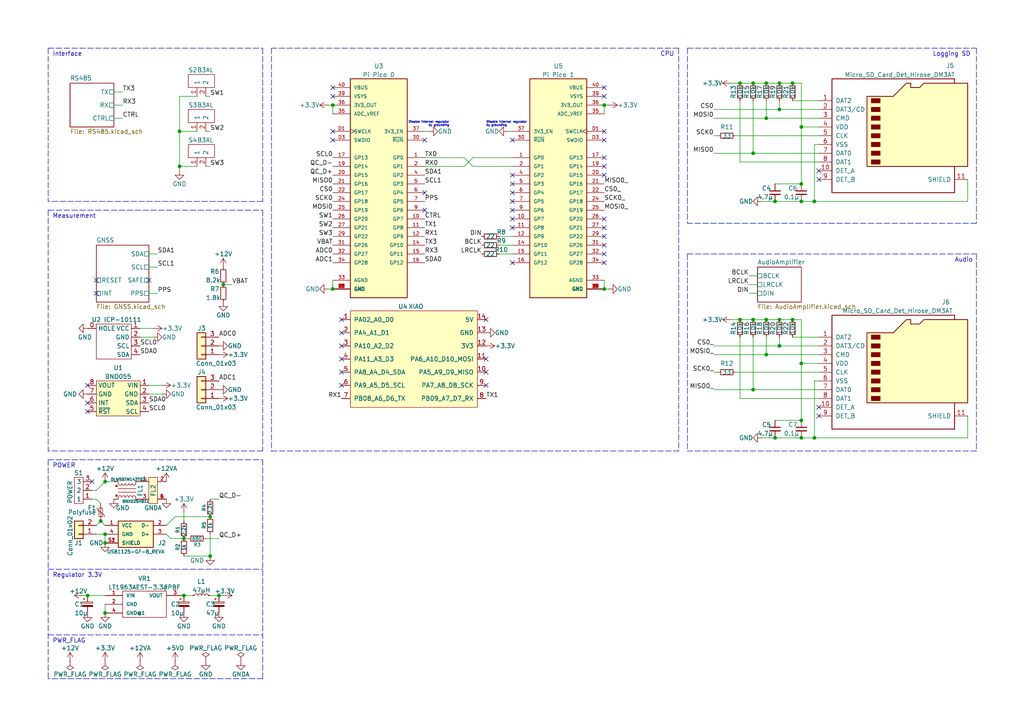
<source format=kicad_sch>
(kicad_sch (version 20211123) (generator eeschema)
  (paper "A4")
  (junction (at 222.25 102.87))
  (junction (at 232.41 36.83))
  (junction (at 232.41 58.42))
  (junction (at 218.44 24.13))
  (junction (at 218.44 92.71))
  (junction (at 64.77 82.55))
  (junction (at 232.41 127))
  (junction (at 222.25 24.13))
  (junction (at 222.25 92.71))
  (junction (at 96.52 30.48))
  (junction (at 60.96 149.86))
  (junction (at 226.06 24.13))
  (junction (at 218.44 44.45))
  (junction (at 30.48 154.94))
  (junction (at 175.26 83.82))
  (junction (at 232.41 121.92))
  (junction (at 30.48 157.48))
  (junction (at 60.96 161.29))
  (junction (at 224.79 58.42))
  (junction (at 222.25 34.29))
  (junction (at 175.26 30.48))
  (junction (at 53.34 172.72))
  (junction (at 52.07 48.26))
  (junction (at 229.87 92.71))
  (junction (at 218.44 113.03))
  (junction (at 30.48 177.8))
  (junction (at 226.06 31.75))
  (junction (at 30.48 139.7))
  (junction (at 63.5 172.72))
  (junction (at 96.52 83.82))
  (junction (at 229.87 24.13))
  (junction (at 214.63 92.71))
  (junction (at 52.07 38.1))
  (junction (at 25.4 172.72))
  (junction (at 53.34 156.21))
  (junction (at 224.79 127))
  (junction (at 232.41 53.34))
  (junction (at 214.63 24.13))
  (junction (at 29.21 151.13))
  (junction (at 226.06 92.71))
  (junction (at 236.22 58.42))
  (junction (at 226.06 100.33))
  (junction (at 232.41 105.41))
  (junction (at 236.22 127))
  (no_connect (at 237.49 120.65))
  (no_connect (at 237.49 118.11))
  (no_connect (at 96.52 40.64))
  (no_connect (at 96.52 38.1))
  (no_connect (at 237.49 52.07))
  (no_connect (at 237.49 49.53))
  (no_connect (at 175.26 48.26))
  (no_connect (at 123.19 60.96))
  (no_connect (at 25.4 111.76))
  (no_connect (at 25.4 119.38))
  (no_connect (at 148.59 40.64))
  (no_connect (at 26.67 139.7))
  (no_connect (at 96.52 27.94))
  (no_connect (at 96.52 25.4))
  (no_connect (at 140.97 92.71))
  (no_connect (at 175.26 45.72))
  (no_connect (at 25.4 116.84))
  (no_connect (at 148.59 76.2))
  (no_connect (at 99.06 100.33))
  (no_connect (at 99.06 92.71))
  (no_connect (at 99.06 96.52))
  (no_connect (at 99.06 104.14))
  (no_connect (at 99.06 107.95))
  (no_connect (at 140.97 104.14))
  (no_connect (at 140.97 111.76))
  (no_connect (at 140.97 107.95))
  (no_connect (at 99.06 111.76))
  (no_connect (at 175.26 50.8))
  (no_connect (at 43.18 81.28))
  (no_connect (at 27.94 85.09))
  (no_connect (at 27.94 81.28))
  (no_connect (at 175.26 25.4))
  (no_connect (at 123.19 40.64))
  (no_connect (at 175.26 27.94))
  (no_connect (at 123.19 55.88))
  (no_connect (at 175.26 38.1))
  (no_connect (at 175.26 40.64))
  (no_connect (at 148.59 66.04))
  (no_connect (at 175.26 68.58))
  (no_connect (at 175.26 66.04))
  (no_connect (at 175.26 63.5))
  (no_connect (at 148.59 50.8))
  (no_connect (at 175.26 76.2))
  (no_connect (at 175.26 73.66))
  (no_connect (at 175.26 71.12))
  (no_connect (at 148.59 63.5))
  (no_connect (at 148.59 60.96))
  (no_connect (at 148.59 58.42))
  (no_connect (at 148.59 55.88))
  (no_connect (at 148.59 53.34))
  (wire (pts (xy 218.44 92.71) (xy 214.63 92.71)))
  (wire (pts (xy 229.87 92.71) (xy 226.06 92.71)))
  (polyline (pts (xy 283.21 13.97) (xy 283.21 64.77)))
  (wire (pts (xy 237.49 41.91) (xy 236.22 41.91)))
  (wire (pts (xy 237.49 110.49) (xy 236.22 110.49)))
  (wire (pts (xy 60.96 144.78) (xy 63.5 144.78)))
  (polyline (pts (xy 76.2 133.35) (xy 76.2 196.85)))
  (wire (pts (xy 226.06 29.21) (xy 226.06 31.75)))
  (wire (pts (xy 29.21 151.13) (xy 30.48 152.4)))
  (wire (pts (xy 214.63 46.99) (xy 214.63 29.21)))
  (wire (pts (xy 232.41 127) (xy 236.22 127)))
  (wire (pts (xy 232.41 36.83) (xy 232.41 24.13)))
  (polyline (pts (xy 283.21 130.81) (xy 199.39 130.81)))
  (wire (pts (xy 52.07 48.26) (xy 52.07 49.53)))
  (wire (pts (xy 147.32 38.1) (xy 148.59 38.1)))
  (wire (pts (xy 46.99 111.76) (xy 43.18 111.76)))
  (wire (pts (xy 137.16 48.26) (xy 134.62 45.72)))
  (wire (pts (xy 137.16 45.72) (xy 134.62 48.26)))
  (wire (pts (xy 220.98 58.42) (xy 224.79 58.42)))
  (wire (pts (xy 43.18 85.09) (xy 45.72 85.09)))
  (wire (pts (xy 232.41 58.42) (xy 236.22 58.42)))
  (wire (pts (xy 30.48 175.26) (xy 30.48 177.8)))
  (polyline (pts (xy 78.74 130.81) (xy 196.85 130.81)))
  (wire (pts (xy 48.26 154.94) (xy 49.53 156.21)))
  (wire (pts (xy 224.79 53.34) (xy 232.41 53.34)))
  (wire (pts (xy 148.59 45.72) (xy 137.16 45.72)))
  (wire (pts (xy 59.69 27.94) (xy 60.96 27.94)))
  (wire (pts (xy 220.98 127) (xy 224.79 127)))
  (wire (pts (xy 175.26 30.48) (xy 175.26 33.02)))
  (wire (pts (xy 218.44 113.03) (xy 237.49 113.03)))
  (wire (pts (xy 67.31 82.55) (xy 64.77 82.55)))
  (wire (pts (xy 175.26 30.48) (xy 176.53 30.48)))
  (wire (pts (xy 144.78 71.12) (xy 148.59 71.12)))
  (wire (pts (xy 52.07 38.1) (xy 52.07 48.26)))
  (wire (pts (xy 52.07 27.94) (xy 57.15 27.94)))
  (wire (pts (xy 280.67 127) (xy 280.67 120.65)))
  (wire (pts (xy 175.26 81.28) (xy 175.26 83.82)))
  (wire (pts (xy 148.59 48.26) (xy 137.16 48.26)))
  (wire (pts (xy 207.01 44.45) (xy 218.44 44.45)))
  (polyline (pts (xy 283.21 73.66) (xy 283.21 130.81)))
  (wire (pts (xy 226.06 97.79) (xy 226.06 100.33)))
  (wire (pts (xy 222.25 29.21) (xy 222.25 34.29)))
  (wire (pts (xy 232.41 24.13) (xy 229.87 24.13)))
  (polyline (pts (xy 13.97 13.97) (xy 76.2 13.97)))
  (wire (pts (xy 53.34 161.29) (xy 60.96 161.29)))
  (wire (pts (xy 207.01 31.75) (xy 226.06 31.75)))
  (wire (pts (xy 226.06 31.75) (xy 237.49 31.75)))
  (wire (pts (xy 26.67 144.78) (xy 27.94 144.78)))
  (wire (pts (xy 222.25 34.29) (xy 237.49 34.29)))
  (wire (pts (xy 59.69 48.26) (xy 60.96 48.26)))
  (wire (pts (xy 207.01 39.37) (xy 208.28 39.37)))
  (polyline (pts (xy 13.97 60.96) (xy 76.2 60.96)))
  (wire (pts (xy 30.48 139.7) (xy 33.02 139.7)))
  (wire (pts (xy 26.67 142.24) (xy 27.94 142.24)))
  (polyline (pts (xy 76.2 60.96) (xy 76.2 130.81)))
  (wire (pts (xy 49.53 156.21) (xy 53.34 156.21)))
  (wire (pts (xy 218.44 44.45) (xy 237.49 44.45)))
  (wire (pts (xy 237.49 105.41) (xy 232.41 105.41)))
  (wire (pts (xy 232.41 105.41) (xy 232.41 121.92)))
  (wire (pts (xy 214.63 92.71) (xy 212.09 92.71)))
  (wire (pts (xy 43.18 73.66) (xy 45.72 73.66)))
  (wire (pts (xy 207.01 102.87) (xy 222.25 102.87)))
  (wire (pts (xy 229.87 97.79) (xy 237.49 97.79)))
  (polyline (pts (xy 13.97 133.35) (xy 76.2 133.35)))
  (wire (pts (xy 96.52 30.48) (xy 96.52 33.02)))
  (wire (pts (xy 219.71 82.55) (xy 217.17 82.55)))
  (wire (pts (xy 59.69 156.21) (xy 63.5 156.21)))
  (wire (pts (xy 43.18 77.47) (xy 45.72 77.47)))
  (wire (pts (xy 52.07 27.94) (xy 52.07 38.1)))
  (wire (pts (xy 33.02 26.67) (xy 35.56 26.67)))
  (wire (pts (xy 50.8 149.86) (xy 48.26 152.4)))
  (wire (pts (xy 218.44 97.79) (xy 218.44 113.03)))
  (wire (pts (xy 29.21 146.05) (xy 27.94 144.78)))
  (wire (pts (xy 236.22 127) (xy 280.67 127)))
  (wire (pts (xy 237.49 115.57) (xy 214.63 115.57)))
  (wire (pts (xy 222.25 102.87) (xy 237.49 102.87)))
  (wire (pts (xy 236.22 58.42) (xy 280.67 58.42)))
  (wire (pts (xy 60.96 172.72) (xy 63.5 172.72)))
  (wire (pts (xy 232.41 36.83) (xy 232.41 53.34)))
  (wire (pts (xy 33.02 34.29) (xy 35.56 34.29)))
  (wire (pts (xy 214.63 24.13) (xy 212.09 24.13)))
  (polyline (pts (xy 199.39 13.97) (xy 283.21 13.97)))
  (wire (pts (xy 232.41 92.71) (xy 229.87 92.71)))
  (wire (pts (xy 33.02 30.48) (xy 35.56 30.48)))
  (wire (pts (xy 44.45 95.25) (xy 40.64 95.25)))
  (wire (pts (xy 222.25 24.13) (xy 218.44 24.13)))
  (wire (pts (xy 207.01 34.29) (xy 222.25 34.29)))
  (polyline (pts (xy 76.2 196.85) (xy 13.97 196.85)))
  (wire (pts (xy 222.25 97.79) (xy 222.25 102.87)))
  (wire (pts (xy 176.53 83.82) (xy 175.26 83.82)))
  (wire (pts (xy 124.46 38.1) (xy 123.19 38.1)))
  (polyline (pts (xy 13.97 133.35) (xy 13.97 196.85)))
  (wire (pts (xy 224.79 127) (xy 232.41 127)))
  (wire (pts (xy 44.45 97.79) (xy 40.64 97.79)))
  (wire (pts (xy 53.34 156.21) (xy 54.61 156.21)))
  (polyline (pts (xy 76.2 58.42) (xy 13.97 58.42)))
  (wire (pts (xy 237.49 36.83) (xy 232.41 36.83)))
  (wire (pts (xy 224.79 121.92) (xy 232.41 121.92)))
  (polyline (pts (xy 13.97 184.15) (xy 76.2 184.15)))
  (wire (pts (xy 207.01 113.03) (xy 218.44 113.03)))
  (wire (pts (xy 224.79 58.42) (xy 232.41 58.42)))
  (wire (pts (xy 30.48 154.94) (xy 30.48 157.48)))
  (wire (pts (xy 27.94 142.24) (xy 30.48 139.7)))
  (polyline (pts (xy 76.2 13.97) (xy 76.2 58.42)))
  (wire (pts (xy 226.06 92.71) (xy 222.25 92.71)))
  (wire (pts (xy 144.78 68.58) (xy 148.59 68.58)))
  (wire (pts (xy 229.87 29.21) (xy 237.49 29.21)))
  (polyline (pts (xy 199.39 73.66) (xy 283.21 73.66)))
  (wire (pts (xy 222.25 92.71) (xy 218.44 92.71)))
  (wire (pts (xy 213.36 39.37) (xy 237.49 39.37)))
  (wire (pts (xy 207.01 100.33) (xy 226.06 100.33)))
  (wire (pts (xy 280.67 58.42) (xy 280.67 52.07)))
  (polyline (pts (xy 199.39 73.66) (xy 199.39 130.81)))
  (wire (pts (xy 59.69 38.1) (xy 60.96 38.1)))
  (wire (pts (xy 95.25 83.82) (xy 96.52 83.82)))
  (wire (pts (xy 229.87 24.13) (xy 226.06 24.13)))
  (wire (pts (xy 219.71 85.09) (xy 217.17 85.09)))
  (wire (pts (xy 236.22 41.91) (xy 236.22 58.42)))
  (wire (pts (xy 53.34 172.72) (xy 55.88 172.72)))
  (polyline (pts (xy 78.74 13.97) (xy 78.74 130.81)))
  (wire (pts (xy 218.44 24.13) (xy 214.63 24.13)))
  (wire (pts (xy 46.99 114.3) (xy 43.18 114.3)))
  (wire (pts (xy 24.13 172.72) (xy 25.4 172.72)))
  (wire (pts (xy 53.34 148.59) (xy 53.34 151.13)))
  (wire (pts (xy 134.62 45.72) (xy 123.19 45.72)))
  (wire (pts (xy 52.07 38.1) (xy 57.15 38.1)))
  (wire (pts (xy 25.4 172.72) (xy 30.48 172.72)))
  (polyline (pts (xy 199.39 13.97) (xy 199.39 64.77)))
  (polyline (pts (xy 13.97 165.1) (xy 76.2 165.1)))
  (wire (pts (xy 60.96 154.94) (xy 60.96 161.29)))
  (wire (pts (xy 219.71 80.01) (xy 217.17 80.01)))
  (wire (pts (xy 63.5 172.72) (xy 64.77 172.72)))
  (wire (pts (xy 134.62 48.26) (xy 123.19 48.26)))
  (wire (pts (xy 226.06 100.33) (xy 237.49 100.33)))
  (polyline (pts (xy 13.97 13.97) (xy 13.97 58.42)))
  (wire (pts (xy 207.01 107.95) (xy 208.28 107.95)))
  (wire (pts (xy 236.22 110.49) (xy 236.22 127)))
  (wire (pts (xy 213.36 107.95) (xy 237.49 107.95)))
  (wire (pts (xy 237.49 46.99) (xy 214.63 46.99)))
  (polyline (pts (xy 283.21 64.77) (xy 199.39 64.77)))
  (polyline (pts (xy 196.85 13.97) (xy 78.74 13.97)))
  (wire (pts (xy 27.94 152.4) (xy 29.21 151.13)))
  (polyline (pts (xy 196.85 13.97) (xy 196.85 130.81)))
  (wire (pts (xy 52.07 48.26) (xy 57.15 48.26)))
  (polyline (pts (xy 76.2 130.81) (xy 13.97 130.81)))
  (wire (pts (xy 144.78 73.66) (xy 148.59 73.66)))
  (wire (pts (xy 214.63 115.57) (xy 214.63 97.79)))
  (wire (pts (xy 96.52 81.28) (xy 96.52 83.82)))
  (wire (pts (xy 218.44 29.21) (xy 218.44 44.45)))
  (polyline (pts (xy 13.97 60.96) (xy 13.97 130.81)))
  (wire (pts (xy 232.41 105.41) (xy 232.41 92.71)))
  (wire (pts (xy 226.06 24.13) (xy 222.25 24.13)))
  (wire (pts (xy 96.52 30.48) (xy 95.25 30.48)))
  (wire (pts (xy 50.8 149.86) (xy 60.96 149.86)))
  (wire (pts (xy 27.94 154.94) (xy 30.48 154.94)))
  (text "CPU" (at 195.58 16.51 180) (effects (font (size 1.27 1.27)) (justify right bottom)))
  (text "Measurement" (at 15.24 63.5 0) (effects (font (size 1.27 1.27)) (justify left bottom)))
  (text "Audio" (at 276.86 76.2 0) (effects (font (size 1.27 1.27)) (justify left bottom)))
  (text "POWER" (at 15.24 135.89 0) (effects (font (size 1.27 1.27)) (justify left bottom)))
  (text "Interface" (at 15.24 16.51 0) (effects (font (size 1.27 1.27)) (justify left bottom)))
  (text "Disable internal regulator \nby grounding " (at 140.97 36.83 0) (effects (font (size 0.6 0.6)) (justify left bottom)))
  (text "Regulator 3.3V" (at 15.24 167.64 0) (effects (font (size 1.27 1.27)) (justify left bottom)))
  (text "Disable internal regulator \nby grounding " (at 130.81 36.83 180) (effects (font (size 0.6 0.6)) (justify right bottom)))
  (text "Logging SD" (at 270.51 16.51 0) (effects (font (size 1.27 1.27)) (justify left bottom)))
  (text "PWR_FLAG" (at 15.24 186.69 0) (effects (font (size 1.27 1.27)) (justify left bottom)))
  (label "CS0_" (at 175.26 55.88 0))
  (label "DIN" (at 217.17 85.09 180))
  (label "SCK0_" (at 175.26 58.42 0))
  (label "TX1" (at 140.97 115.57 0))
  (label "SDA1" (at 123.19 50.8 0))
  (label "MISO0" (at 207.01 44.45 180))
  (label "CS0" (at 96.52 55.88 180))
  (label "TX0" (at 123.19 45.72 0))
  (label "SCL0" (at 96.52 45.72 180))
  (label "SDA0" (at 123.19 76.2 0))
  (label "MOSI0_" (at 207.01 102.87 180))
  (label "SCL0" (at 43.18 119.38 0))
  (label "PPS" (at 123.19 58.42 0))
  (label "BCLK" (at 139.7 71.12 180))
  (label "SCL0" (at 40.64 100.33 0))
  (label "ADC0" (at 96.52 73.66 180))
  (label "SCL1" (at 45.72 77.47 0))
  (label "SW2" (at 60.96 38.1 0))
  (label "RX1" (at 99.06 115.57 180))
  (label "SW2" (at 96.52 66.04 180))
  (label "ADC1" (at 63.5 110.49 0))
  (label "SW3" (at 60.96 48.26 0))
  (label "ADC0" (at 63.5 97.79 0))
  (label "MOSI0_" (at 175.26 60.96 0))
  (label "CTRL" (at 123.19 63.5 0))
  (label "MOSI0" (at 207.01 34.29 180))
  (label "SDA1" (at 45.72 73.66 0))
  (label "LRCLK" (at 139.7 73.66 180))
  (label "RX0" (at 123.19 48.26 0))
  (label "RX1" (at 123.19 68.58 0))
  (label "TX3" (at 35.56 26.67 0))
  (label "BCLK" (at 217.17 80.01 180))
  (label "RX3" (at 35.56 30.48 0))
  (label "CS0_" (at 207.01 100.33 180))
  (label "PPS" (at 45.72 85.09 0))
  (label "SCL1" (at 123.19 53.34 0))
  (label "DIN" (at 139.7 68.58 180))
  (label "SCK0_" (at 207.01 107.95 180))
  (label "QC_D-" (at 63.5 144.78 0))
  (label "QC_D-" (at 96.52 48.26 180))
  (label "SW1" (at 96.52 63.5 180))
  (label "SDA0" (at 40.64 102.87 0))
  (label "RX3" (at 123.19 73.66 0))
  (label "VBAT" (at 67.31 82.55 0))
  (label "QC_D+" (at 96.52 50.8 180))
  (label "MISO0_" (at 175.26 53.34 0))
  (label "CS0" (at 207.01 31.75 180))
  (label "SCK0" (at 207.01 39.37 180))
  (label "LRCLK" (at 217.17 82.55 180))
  (label "TX1" (at 123.19 66.04 0))
  (label "QC_D+" (at 63.5 156.21 0))
  (label "MOSI0" (at 96.52 60.96 180))
  (label "MISO0_" (at 207.01 113.03 180))
  (label "CTRL" (at 35.56 34.29 0))
  (label "SCK0" (at 96.52 58.42 180))
  (label "MISO0" (at 96.52 53.34 180))
  (label "VBAT" (at 96.52 71.12 180))
  (label "TX3" (at 123.19 71.12 0))
  (label "SW1" (at 60.96 27.94 0))
  (label "SW3" (at 96.52 68.58 180))
  (label "ADC1" (at 96.52 76.2 180))
  (label "SDA0" (at 43.18 116.84 0))
  (symbol (lib_id "power:PWR_FLAG") (at 50.8 191.77 180) (unit 1)
    (property "Reference" "#FLG04" (effects hide))
    (property "Value" "PWR_FLAG" (at 50.8 195.58 0))
  )
  (symbol (lib_id "Device:R_Small") (at 60.96 147.32 0) (unit 1)
    (property "Reference" "R4" (at 59.182 148.336 90) (effects (font (size 1 1)) (justify left)))
    (property "Value" "2.2k" (at 60.96 149.098 90) (effects (font (size 1 1)) (justify left)))
    (property "Footprint" "Resistor_SMD:R_0603_1608Metric_Pad0.98x0.95mm_HandSolder" (effects hide))
  )
  (symbol (lib_id "power:GNDA") (at 69.85 191.77 0) (unit 1)
    (property "Reference" "#PWR032" (effects hide))
    (property "Value" "GNDA" (at 69.85 195.58 0))
  )
  (symbol (lib_id "power:GND") (at 33.02 144.78 0) (unit 1)
    (property "Reference" "#PWR010" (effects hide))
    (property "Value" "GND" (at 35.56 147.32 0))
  )
  (symbol (lib_id "Device:R_Small") (at 214.63 95.25 180) (unit 1)
    (property "Reference" "R14" (at 212.725 95.25 90))
    (property "Value" "10k" (at 214.63 95.25 90))
    (property "Footprint" "Resistor_SMD:R_0603_1608Metric_Pad0.98x0.95mm_HandSolder" (effects hide))
  )
  (symbol (lib_id "Raspberry_Pi_Pico:SC0915") (at 110.49 53.34 0) (mirror y) (unit 1)
    (property "Reference" "U3" (at 109.855 19.1602 0))
    (property "Value" "Pi Pico 0" (at 109.855 21.6971 0))
    (property "Footprint" "Raspberry_Pi_Pico:Raspberry_Pi_Pico" (effects hide))
    (property "MAXIMUM_PACKAGE_HEIGHT" "3.73mm" (effects hide))
    (property "MANUFACTURER" "Raspberry Pi" (effects hide))
    (property "PARTREV" "1.6" (effects hide))
    (property "STANDARD" "Manufacturer Recommendations" (effects hide))
  )
  (symbol (lib_id "Device:R_Small") (at 210.82 39.37 90) (unit 1)
    (property "Reference" "R11" (at 210.82 36.83 90))
    (property "Value" "33" (at 210.82 39.37 90))
    (property "Footprint" "Resistor_SMD:R_0603_1608Metric_Pad0.98x0.95mm_HandSolder" (effects hide))
  )
  (symbol (lib_id "power:+12V") (at 24.13 172.72 90) (unit 1)
    (property "Reference" "#PWR02" (effects hide))
    (property "Value" "+12V" (at 25.4 171.45 90) (effects (justify left)))
  )
  (symbol (lib_id "power:GND") (at 220.98 127 270) (unit 1)
    (property "Reference" "#PWR044" (effects hide))
    (property "Value" "GND" (at 218.44 127 90) (effects (justify right)))
  )
  (symbol (lib_id "power:GND") (at 25.4 114.3 270) (unit 1)
    (property "Reference" "#PWR04" (effects hide))
    (property "Value" "GND" (at 20.32 114.3 90))
  )
  (symbol (lib_id "Device:R_Small") (at 226.06 95.25 180) (unit 1)
    (property "Reference" "R20" (at 224.155 95.25 90))
    (property "Value" "10k" (at 226.06 95.25 90))
    (property "Footprint" "Resistor_SMD:R_0603_1608Metric_Pad0.98x0.95mm_HandSolder" (effects hide))
  )
  (symbol (lib_id "power:GND") (at 53.34 177.8 0) (unit 1)
    (property "Reference" "#PWR021" (effects hide))
    (property "Value" "GND" (at 53.34 181.61 0))
  )
  (symbol (lib_id "Device:C_Small") (at 224.79 55.88 0) (unit 1)
    (property "Reference" "C4" (at 220.98 54.61 0) (effects (justify left)))
    (property "Value" "4.7μ" (at 219.71 57.15 0) (effects (justify left)))
    (property "Footprint" "Capacitor_SMD:C_0603_1608Metric_Pad1.08x0.95mm_HandSolder" (effects hide))
  )
  (symbol (lib_id "Akizuki_BNO055:Akizuki_BNO055") (at 34.29 115.57 0) (mirror y) (unit 1)
    (property "Reference" "U1" (at 34.29 106.68 0))
    (property "Value" "BNO055" (at 34.29 109.22 0))
    (property "Footprint" "Akizuki_BNO055:Akizuki_BNO055" (effects hide))
  )
  (symbol (lib_id "Device:R_Small") (at 142.24 71.12 270) (mirror x) (unit 1)
    (property "Reference" "R9" (at 145.415 69.85 90))
    (property "Value" "22" (at 142.24 71.12 90))
    (property "Footprint" "Resistor_SMD:R_0603_1608Metric_Pad0.98x0.95mm_HandSolder" (effects hide))
  )
  (symbol (lib_id "Device:C_Small") (at 224.79 124.46 0) (unit 1)
    (property "Reference" "C5" (at 220.98 123.19 0) (effects (justify left)))
    (property "Value" "4.7μ" (at 219.71 125.73 0) (effects (justify left)))
    (property "Footprint" "Capacitor_SMD:C_0603_1608Metric_Pad1.08x0.95mm_HandSolder" (effects hide))
  )
  (symbol (lib_id "Device:R_Small") (at 222.25 95.25 180) (unit 1)
    (property "Reference" "R18" (at 220.345 95.25 90))
    (property "Value" "10k" (at 222.25 95.25 90))
    (property "Footprint" "Resistor_SMD:R_0603_1608Metric_Pad0.98x0.95mm_HandSolder" (effects hide))
  )
  (symbol (lib_id "B3AL-1002P-MS:B3AL-1002P-MS") (at 59.69 48.26 270) (mirror x) (unit 1)
    (property "Reference" "S4" (at 54.61 40.64 90) (effects (justify left)))
    (property "Value" "B3AL" (at 57.15 40.64 90) (effects (justify left)))
    (property "Footprint" "B3AL-1002P-MS:B3AL-1002P-MS" (effects hide))
    (property "Datasheet" "https://componentsearchengine.com/Datasheets/1/B3AL-1002P-MS.pdf" (effects hide))
    (property "Description" "OMRON ELECTRONIC COMPONENTS - B3AL-1002P-MS - TACTILE SWITCH, SPST-NO, 0.05A, 16V, SMT" (effects hide))
    (property "Height" "5.4" (effects hide))
    (property "Manufacturer_Name" "Omron Electronics" (effects hide))
    (property "Manufacturer_Part_Number" "B3AL-1002P-MS" (effects hide))
    (property "Mouser Part Number" "653-B3AL-1002P-MS" (effects hide))
    (property "Mouser Price/Stock" "https://www.mouser.co.uk/ProductDetail/Omron-Electronics/B3AL-1002P-MS?qs=HXFqYaX1Q2yMcMO0j50f3A%3D%3D" (effects hide))
    (property "Arrow Part Number" "B3AL-1002P-MS" (effects hide))
    (property "Arrow Price/Stock" "https://www.arrow.com/en/products/b3al-1002p-ms/omron?region=nac" (effects hide))
  )
  (symbol (lib_id "power:GND") (at 25.4 95.25 270) (unit 1)
    (property "Reference" "#PWR03" (effects hide))
    (property "Value" "GND" (at 26.67 97.79 90) (effects (justify right)))
  )
  (symbol (lib_id "power:+3.3V") (at 46.99 111.76 270) (unit 1)
    (property "Reference" "#PWR014" (effects hide))
    (property "Value" "+3.3V" (at 49.53 111.76 90) (effects (justify left)))
  )
  (symbol (lib_id "Device:C_Small") (at 232.41 55.88 0) (unit 1)
    (property "Reference" "C6" (at 228.6 54.61 0) (effects (justify left)))
    (property "Value" "0.1μ" (at 227.33 57.15 0) (effects (justify left)))
    (property "Footprint" "Capacitor_SMD:C_0603_1608Metric_Pad1.08x0.95mm_HandSolder" (effects hide))
  )
  (symbol (lib_id "Seeed_Studio_XIAO_nRF52840_Sense:Seeed_Studio_XIAO_nRF52840_Sense") (at 120.65 104.14 0) (unit 1)
    (property "Reference" "U4" (at 116.84 88.9 0))
    (property "Value" "XIAO" (at 120.65 88.9 0))
    (property "Footprint" "Seeed_Studio_XIAO_nRF52840_Sense:Seeed_Studio_XIAO_nRF52840_Sense" (effects hide))
  )
  (symbol (lib_id "Device:Polyfuse_Small") (at 29.21 148.59 180) (unit 1)
    (property "Reference" "F1" (at 27.94 147.32 0) (effects (justify left)))
    (property "Value" "Polyfuse" (at 27.94 148.59 0) (effects (justify left)))
    (property "Footprint" "ASMDC300F_24-2:ASMDC300F_24-2" (effects hide))
  )
  (symbol (lib_id "B3AL-1002P-MS:B3AL-1002P-MS") (at 59.69 38.1 270) (mirror x) (unit 1)
    (property "Reference" "S3" (at 54.61 30.48 90) (effects (justify left)))
    (property "Value" "B3AL" (at 57.15 30.48 90) (effects (justify left)))
    (property "Footprint" "B3AL-1002P-MS:B3AL-1002P-MS" (effects hide))
    (property "Datasheet" "https://componentsearchengine.com/Datasheets/1/B3AL-1002P-MS.pdf" (effects hide))
    (property "Description" "OMRON ELECTRONIC COMPONENTS - B3AL-1002P-MS - TACTILE SWITCH, SPST-NO, 0.05A, 16V, SMT" (effects hide))
    (property "Height" "5.4" (effects hide))
    (property "Manufacturer_Name" "Omron Electronics" (effects hide))
    (property "Manufacturer_Part_Number" "B3AL-1002P-MS" (effects hide))
    (property "Mouser Part Number" "653-B3AL-1002P-MS" (effects hide))
    (property "Mouser Price/Stock" "https://www.mouser.co.uk/ProductDetail/Omron-Electronics/B3AL-1002P-MS?qs=HXFqYaX1Q2yMcMO0j50f3A%3D%3D" (effects hide))
    (property "Arrow Part Number" "B3AL-1002P-MS" (effects hide))
    (property "Arrow Price/Stock" "https://www.arrow.com/en/products/b3al-1002p-ms/omron?region=nac" (effects hide))
  )
  (symbol (lib_id "power:+3.3V") (at 63.5 115.57 270) (mirror x) (unit 1)
    (property "Reference" "#PWR027" (effects hide))
    (property "Value" "+3.3V" (at 66.04 115.57 90) (effects (justify left)))
  )
  (symbol (lib_id "Raspberry_Pi_Pico:SC0915") (at 161.29 53.34 0) (unit 1)
    (property "Reference" "U5" (at 161.925 19.1602 0))
    (property "Value" "Pi Pico 1" (at 161.925 21.6971 0))
    (property "Footprint" "Raspberry_Pi_Pico:Raspberry_Pi_Pico" (effects hide))
    (property "MAXIMUM_PACKAGE_HEIGHT" "3.73mm" (effects hide))
    (property "MANUFACTURER" "Raspberry Pi" (effects hide))
    (property "PARTREV" "1.6" (effects hide))
    (property "STANDARD" "Manufacturer Recommendations" (effects hide))
  )
  (symbol (lib_id "USB1125-GF-B:USB1125-GF-B_REVA") (at 39.37 154.94 0) (unit 1)
    (property "Reference" "J2" (at 46.99 157.48 0))
    (property "Value" "USB1125-GF-B_REVA" (at 39.37 160.02 0) (effects (font (size 1 1))))
    (property "Footprint" "USB1125-GF-B:USB1125-GF-B" (effects hide))
    (property "STANDARD" "Manufacturer Recommendations" (effects hide))
    (property "PARTREV" "A" (effects hide))
    (property "MANUFACTURER" "GCT" (effects hide))
    (property "MAXIMUM_PACKAGE_HEIGHT" "6.63mm" (effects hide))
  )
  (symbol (lib_id "power:GND") (at 63.5 177.8 0) (unit 1)
    (property "Reference" "#PWR028" (effects hide))
    (property "Value" "GND" (at 63.5 181.61 0))
  )
  (symbol (lib_id "power:+3.3V") (at 140.97 100.33 270) (unit 1)
    (property "Reference" "#PWR037" (effects hide))
    (property "Value" "+3.3V" (at 143.51 100.33 90) (effects (justify left)))
  )
  (symbol (lib_id "power:GND") (at 176.53 83.82 90) (unit 1)
    (property "Reference" "#PWR040" (effects hide))
    (property "Value" "GND" (at 179.07 83.82 90) (effects (justify right)))
  )
  (symbol (lib_id "Device:C_Polarized_Small") (at 53.34 175.26 0) (unit 1)
    (property "Reference" "C2" (at 49.53 175.26 0) (effects (justify left)))
    (property "Value" "10μ" (at 49.53 177.8 0) (effects (justify left)))
    (property "Footprint" "Capacitor_THT:CP_Radial_D6.3mm_P2.50mm" (effects hide))
  )
  (symbol (lib_id "power:+3.3V") (at 64.77 172.72 270) (mirror x) (unit 1)
    (property "Reference" "#PWR031" (effects hide))
    (property "Value" "+3.3V" (at 62.23 171.45 90) (effects (justify left)))
  )
  (symbol (lib_id "power:GND") (at 63.5 113.03 90) (mirror x) (unit 1)
    (property "Reference" "#PWR026" (effects hide))
    (property "Value" "GND" (at 66.04 113.03 90) (effects (justify right)))
  )
  (symbol (lib_id "Fermion_Pressure_Sensor_ICP_10111:SEN0516") (at 38.1 104.14 0) (mirror y) (unit 1)
    (property "Reference" "U2" (at 27.94 92.71 0))
    (property "Value" "ICP-10111" (at 35.56 92.71 0))
    (property "Footprint" "Fermion_Pressure_Sensor_ICP_10111:Fermion_Pressure_Sensor_ICP_10111" (effects hide))
  )
  (symbol (lib_id "power:PWR_FLAG") (at 20.32 191.77 180) (unit 1)
    (property "Reference" "#FLG01" (effects hide))
    (property "Value" "PWR_FLAG" (at 20.32 195.58 0))
  )
  (symbol (lib_id "LT1963AEST-3.3_PBF:LT1963AEST-3.3#PBF") (at 35.56 179.07 0) (unit 1)
    (property "Reference" "VR1" (at 41.91 167.801 0))
    (property "Value" "LT1963AEST-3.3#PBF" (at 41.91 170.3379 0))
    (property "Footprint" "LT1963AEST-3.3_PBF:LT1963AEST-3.3_PBF" (effects hide))
    (property "MPN" "LT1963AEST-3.3#PBF" (effects hide))
    (property "MANUFACTURER" "Linear Technology" (effects hide))
  )
  (symbol (lib_id "power:PWR_FLAG") (at 30.48 191.77 180) (unit 1)
    (property "Reference" "#FLG02" (effects hide))
    (property "Value" "PWR_FLAG" (at 30.48 195.58 0))
  )
  (symbol (lib_id "power:+3.3V") (at 212.09 24.13 90) (unit 1)
    (property "Reference" "#PWR041" (effects hide))
    (property "Value" "+3.3V" (at 209.55 24.13 90) (effects (justify left)))
  )
  (symbol (lib_id "Device:R_Small") (at 142.24 73.66 270) (mirror x) (unit 1)
    (property "Reference" "R10" (at 145.415 72.39 90))
    (property "Value" "22" (at 142.24 73.66 90))
    (property "Footprint" "Resistor_SMD:R_0603_1608Metric_Pad0.98x0.95mm_HandSolder" (effects hide))
  )
  (symbol (lib_id "Device:R_Small") (at 214.63 26.67 180) (unit 1)
    (property "Reference" "R13" (at 212.725 26.67 90))
    (property "Value" "10k" (at 214.63 26.67 90))
    (property "Footprint" "Resistor_SMD:R_0603_1608Metric_Pad0.98x0.95mm_HandSolder" (effects hide))
  )
  (symbol (lib_id "Device:R_Small") (at 218.44 26.67 180) (unit 1)
    (property "Reference" "R15" (at 216.535 26.67 90))
    (property "Value" "10k" (at 218.44 26.67 90))
    (property "Footprint" "Resistor_SMD:R_0603_1608Metric_Pad0.98x0.95mm_HandSolder" (effects hide))
  )
  (symbol (lib_id "power:GND") (at 60.96 161.29 0) (unit 1)
    (property "Reference" "#PWR023" (effects hide))
    (property "Value" "GND" (at 57.15 162.56 0))
  )
  (symbol (lib_id "Device:C_Polarized_Small") (at 63.5 175.26 0) (unit 1)
    (property "Reference" "C3" (at 59.69 175.26 0) (effects (justify left)))
    (property "Value" "47μ" (at 59.69 177.8 0) (effects (justify left)))
    (property "Footprint" "Capacitor_THT:CP_Radial_D10.0mm_P5.00mm" (effects hide))
  )
  (symbol (lib_id "power:GND") (at 25.4 177.8 0) (unit 1)
    (property "Reference" "#PWR05" (effects hide))
    (property "Value" "GND" (at 25.4 181.61 0))
  )
  (symbol (lib_id "power:GND") (at 30.48 157.48 0) (unit 1)
    (property "Reference" "#PWR07" (effects hide))
    (property "Value" "GND" (at 27.94 157.48 0))
  )
  (symbol (lib_id "power:+5VD") (at 50.8 191.77 0) (unit 1)
    (property "Reference" "#PWR018" (effects hide))
    (property "Value" "+5VD" (at 50.8 187.96 0))
  )
  (symbol (lib_id "power:GND") (at 44.45 97.79 90) (unit 1)
    (property "Reference" "#PWR013" (effects hide))
    (property "Value" "GND" (at 46.99 97.79 90) (effects (justify right)))
  )
  (symbol (lib_id "Device:R_Small") (at 64.77 80.01 0) (unit 1)
    (property "Reference" "R6" (at 60.96 78.74 0) (effects (justify left)))
    (property "Value" "8.2k" (at 59.69 81.28 0) (effects (justify left)))
    (property "Footprint" "Resistor_SMD:R_0603_1608Metric_Pad0.98x0.95mm_HandSolder" (effects hide))
  )
  (symbol (lib_id "DLW5BTM142TQ2:DLW5BTM142TQ2L") (at 36.83 142.24 0) (mirror x) (unit 1)
    (property "Reference" "FL1" (at 40.64 142.24 90))
    (property "Value" "DLW5BTM142TQ2L" (at 37.465 139.065 0) (effects (font (size 0.8 0.8))))
    (property "Footprint" "DLW5BTM142TQ2:DLW5BTM142TQ2" (effects hide))
    (property "MANUFACTURER" "Murata Electronics" (effects hide))
    (property "MAXIMUM_PACKAGE_HEIGHT" "2.5 mm" (effects hide))
    (property "PARTREV" "N/A" (effects hide))
    (property "STANDARD" "Manufacturer recommendations" (effects hide))
  )
  (symbol (lib_id "Device:R_Small") (at 57.15 156.21 270) (unit 1)
    (property "Reference" "R3" (at 56.134 157.988 90) (effects (font (size 1 1)) (justify left)))
    (property "Value" "680" (at 55.626 156.21 90) (effects (font (size 1 1)) (justify left)))
    (property "Footprint" "Resistor_SMD:R_0603_1608Metric_Pad0.98x0.95mm_HandSolder" (effects hide))
  )
  (symbol (lib_id "power:GND") (at 64.77 87.63 0) (unit 1)
    (property "Reference" "#PWR030" (effects hide))
    (property "Value" "GND" (at 64.77 91.44 0))
  )
  (symbol (lib_id "power:+3.3V") (at 95.25 30.48 90) (mirror x) (unit 1)
    (property "Reference" "#PWR033" (effects hide))
    (property "Value" "+3.3V" (at 92.71 30.48 90) (effects (justify left)))
  )
  (symbol (lib_id "power:GND") (at 95.25 83.82 270) (mirror x) (unit 1)
    (property "Reference" "#PWR034" (effects hide))
    (property "Value" "GND" (at 92.71 83.82 90) (effects (justify right)))
  )
  (symbol (lib_id "Connector_Generic:Conn_01x02") (at 22.86 154.94 180) (unit 1)
    (property "Reference" "J1" (at 21.59 157.48 0) (effects (justify right)))
    (property "Value" "Conn_01x02" (at 20.32 161.29 90) (effects (justify right)))
    (property "Footprint" "Connector_AMASS:AMASS_XT30PW-M_1x02_P2.50mm_Horizontal" (effects hide))
  )
  (symbol (lib_id "power:+12V") (at 20.32 191.77 0) (unit 1)
    (property "Reference" "#PWR01" (effects hide))
    (property "Value" "+12V" (at 20.32 187.96 0))
  )
  (symbol (lib_id "power:+3.3V") (at 63.5 102.87 270) (mirror x) (unit 1)
    (property "Reference" "#PWR025" (effects hide))
    (property "Value" "+3.3V" (at 66.04 102.87 90) (effects (justify left)))
  )
  (symbol (lib_id "Device:R_Small") (at 222.25 26.67 180) (unit 1)
    (property "Reference" "R17" (at 220.345 26.67 90))
    (property "Value" "10k" (at 222.25 26.67 90))
    (property "Footprint" "Resistor_SMD:R_0603_1608Metric_Pad0.98x0.95mm_HandSolder" (effects hide))
  )
  (symbol (lib_id "Device:R_Small") (at 60.96 152.4 0) (unit 1)
    (property "Reference" "R5" (at 59.182 153.416 90) (effects (font (size 1 1)) (justify left)))
    (property "Value" "1k" (at 60.96 153.416 90) (effects (font (size 1 1)) (justify left)))
    (property "Footprint" "Resistor_SMD:R_0603_1608Metric_Pad0.98x0.95mm_HandSolder" (effects hide))
  )
  (symbol (lib_id "B3AL-1002P-MS:B3AL-1002P-MS") (at 59.69 27.94 270) (mirror x) (unit 1)
    (property "Reference" "S2" (at 54.61 20.32 90) (effects (justify left)))
    (property "Value" "B3AL" (at 57.15 20.32 90) (effects (justify left)))
    (property "Footprint" "B3AL-1002P-MS:B3AL-1002P-MS" (effects hide))
    (property "Datasheet" "https://componentsearchengine.com/Datasheets/1/B3AL-1002P-MS.pdf" (effects hide))
    (property "Description" "OMRON ELECTRONIC COMPONENTS - B3AL-1002P-MS - TACTILE SWITCH, SPST-NO, 0.05A, 16V, SMT" (effects hide))
    (property "Height" "5.4" (effects hide))
    (property "Manufacturer_Name" "Omron Electronics" (effects hide))
    (property "Manufacturer_Part_Number" "B3AL-1002P-MS" (effects hide))
    (property "Mouser Part Number" "653-B3AL-1002P-MS" (effects hide))
    (property "Mouser Price/Stock" "https://www.mouser.co.uk/ProductDetail/Omron-Electronics/B3AL-1002P-MS?qs=HXFqYaX1Q2yMcMO0j50f3A%3D%3D" (effects hide))
    (property "Arrow Part Number" "B3AL-1002P-MS" (effects hide))
    (property "Arrow Price/Stock" "https://www.arrow.com/en/products/b3al-1002p-ms/omron?region=nac" (effects hide))
  )
  (symbol (lib_id "power:+3.3V") (at 44.45 95.25 270) (unit 1)
    (property "Reference" "#PWR012" (effects hide))
    (property "Value" "+3.3V" (at 46.99 95.25 90) (effects (justify left)))
  )
  (symbol (lib_id "Device:R_Small") (at 142.24 68.58 270) (mirror x) (unit 1)
    (property "Reference" "R8" (at 145.415 67.31 90))
    (property "Value" "22" (at 142.24 68.58 90))
    (property "Footprint" "Resistor_SMD:R_0603_1608Metric_Pad0.98x0.95mm_HandSolder" (effects hide))
  )
  (symbol (lib_id "RS_PRO_PCB_Slide_Switch_SPDT_Latching_3A_120V_ac_Top:RS_PRO_PCB_Slide_Switch_SPDT_Latching_3A_120V_ac_Top") (at 22.86 142.24 90) (unit 1)
    (property "Reference" "S1" (at 24.13 137.16 90) (effects (justify left)))
    (property "Value" "POWER" (at 20.32 146.05 0) (effects (justify left)))
    (property "Footprint" "RS_PRO_PCB_Slide_Switch_SPDT_Latching_3A_120V_ac_Top:RS_PRO_PCB_Slide_Switch_SPDT_Latching_3A_120V_ac_Top" (effects hide))
  )
  (symbol (lib_id "power:+3.3V") (at 176.53 30.48 270) (unit 1)
    (property "Reference" "#PWR039" (effects hide))
    (property "Value" "+3.3V" (at 179.07 30.48 90) (effects (justify left)))
  )
  (symbol (lib_id "Device:R_Small") (at 229.87 95.25 180) (unit 1)
    (property "Reference" "R22" (at 227.965 95.25 90))
    (property "Value" "10k" (at 229.87 95.25 90))
    (property "Footprint" "Resistor_SMD:R_0603_1608Metric_Pad0.98x0.95mm_HandSolder" (effects hide))
  )
  (symbol (lib_id "power:GND") (at 147.32 38.1 270) (unit 1)
    (property "Reference" "#PWR038" (effects hide))
    (property "Value" "GND" (at 144.78 38.1 90) (effects (justify right)))
  )
  (symbol (lib_id "Device:R_Small") (at 53.34 158.75 0) (unit 1)
    (property "Reference" "R2" (at 51.562 159.766 90) (effects (font (size 1 1)) (justify left)))
    (property "Value" "1k" (at 53.34 159.766 90) (effects (font (size 1 1)) (justify left)))
    (property "Footprint" "Resistor_SMD:R_0603_1608Metric_Pad0.98x0.95mm_HandSolder" (effects hide))
  )
  (symbol (lib_id "Device:R_Small") (at 226.06 26.67 180) (unit 1)
    (property "Reference" "R19" (at 224.155 26.67 90))
    (property "Value" "10k" (at 226.06 26.67 90))
    (property "Footprint" "Resistor_SMD:R_0603_1608Metric_Pad0.98x0.95mm_HandSolder" (effects hide))
  )
  (symbol (lib_id "Device:R_Small") (at 218.44 95.25 180) (unit 1)
    (property "Reference" "R16" (at 216.535 95.25 90))
    (property "Value" "10k" (at 218.44 95.25 90))
    (property "Footprint" "Resistor_SMD:R_0603_1608Metric_Pad0.98x0.95mm_HandSolder" (effects hide))
  )
  (symbol (lib_id "BNX025H01:BNX025H01L") (at 44.45 142.24 0) (unit 1)
    (property "Reference" "FL2" (at 44.45 142.24 90))
    (property "Value" "BNX025H01L" (at 39.37 145.415 0) (effects (font (size 0.8 0.8))))
    (property "Footprint" "BNX025H01:BNX025H01" (effects hide))
    (property "MANUFACTURER" "Murata Electronics" (effects hide))
    (property "MAXIMUM_PACKAGE_HEIGHT" "3.7mm" (effects hide))
    (property "STANDARD" "Manufacturer recommendations" (effects hide))
  )
  (symbol (lib_id "power:GND") (at 220.98 58.42 270) (unit 1)
    (property "Reference" "#PWR043" (effects hide))
    (property "Value" "GND" (at 218.44 58.42 90) (effects (justify right)))
  )
  (symbol (lib_id "power:GND") (at 30.48 177.8 0) (unit 1)
    (property "Reference" "#PWR08" (effects hide))
    (property "Value" "GND" (at 30.48 181.61 0))
  )
  (symbol (lib_id "power:+3.3V") (at 30.48 191.77 0) (unit 1)
    (property "Reference" "#PWR09" (effects hide))
    (property "Value" "+3.3V" (at 30.48 187.96 0))
  )
  (symbol (lib_id "Device:L_Small") (at 58.42 172.72 90) (unit 1)
    (property "Reference" "L1" (at 58.42 168.6392 90))
    (property "Value" "47μH" (at 58.42 171.1761 90))
    (property "Footprint" "NR10050T470M:NR10050T470M" (effects hide))
  )
  (symbol (lib_id "Connector:Micro_SD_Card_Det_Hirose_DM3AT") (at 260.35 107.95 0) (unit 1)
    (property "Reference" "J6" (at 274.32 87.63 0))
    (property "Value" "Micro_SD_Card_Det_Hirose_DM3AT" (at 260.35 90.17 0))
    (property "Footprint" "Connector_Card:microSD_HC_Hirose_DM3AT-SF-PEJM5" (effects hide))
    (property "Datasheet" "https://www.hirose.com/product/en/download_file/key_name/DM3/category/Catalog/doc_file_id/49662/?file_category_id=4&item_id=195&is_series=1" (effects hide))
  )
  (symbol (lib_id "Connector_Generic:Conn_01x03") (at 58.42 113.03 180) (unit 1)
    (property "Reference" "J4" (at 59.69 107.95 0) (effects (justify left)))
    (property "Value" "Conn_01x03" (at 68.58 118.11 0) (effects (justify left)))
    (property "Footprint" "B03B-PASK-1:B03B-PASK-1" (effects hide))
  )
  (symbol (lib_id "power:GND") (at 46.99 114.3 90) (unit 1)
    (property "Reference" "#PWR015" (effects hide))
    (property "Value" "GND" (at 49.53 114.3 90) (effects (justify right)))
  )
  (symbol (lib_id "Connector_Generic:Conn_01x03") (at 58.42 100.33 180) (unit 1)
    (property "Reference" "J3" (at 59.69 95.25 0) (effects (justify left)))
    (property "Value" "Conn_01x03" (at 68.58 105.41 0) (effects (justify left)))
    (property "Footprint" "B03B-PASK-1:B03B-PASK-1" (effects hide))
  )
  (symbol (lib_id "power:GND") (at 124.46 38.1 90) (mirror x) (unit 1)
    (property "Reference" "#PWR035" (effects hide))
    (property "Value" "GND" (at 127 38.1 90) (effects (justify right)))
  )
  (symbol (lib_id "power:+12V") (at 30.48 139.7 0) (unit 1)
    (property "Reference" "#PWR06" (effects hide))
    (property "Value" "+12V" (at 30.48 135.89 0))
  )
  (symbol (lib_id "power:GND") (at 63.5 100.33 90) (mirror x) (unit 1)
    (property "Reference" "#PWR024" (effects hide))
    (property "Value" "GND" (at 66.04 100.33 90) (effects (justify right)))
  )
  (symbol (lib_id "Device:C_Small") (at 232.41 124.46 0) (unit 1)
    (property "Reference" "C7" (at 228.6 123.19 0) (effects (justify left)))
    (property "Value" "0.1μ" (at 227.33 125.73 0) (effects (justify left)))
    (property "Footprint" "Capacitor_SMD:C_0603_1608Metric_Pad1.08x0.95mm_HandSolder" (effects hide))
  )
  (symbol (lib_id "Device:R_Small") (at 210.82 107.95 90) (unit 1)
    (property "Reference" "R12" (at 210.82 105.41 90))
    (property "Value" "33" (at 210.82 107.95 90))
    (property "Footprint" "Resistor_SMD:R_0603_1608Metric_Pad0.98x0.95mm_HandSolder" (effects hide))
  )
  (symbol (lib_id "power:+3.3V") (at 212.09 92.71 90) (unit 1)
    (property "Reference" "#PWR042" (effects hide))
    (property "Value" "+3.3V" (at 209.55 92.71 90) (effects (justify left)))
  )
  (symbol (lib_id "Device:C_Polarized_Small") (at 25.4 175.26 0) (unit 1)
    (property "Reference" "C1" (at 21.59 175.26 0) (effects (justify left)))
    (property "Value" "10μ" (at 21.59 177.8 0) (effects (justify left)))
    (property "Footprint" "Capacitor_THT:CP_Radial_D6.3mm_P2.50mm" (effects hide))
  )
  (symbol (lib_id "power:+12VA") (at 48.26 139.7 0) (unit 1)
    (property "Reference" "#PWR016" (effects hide))
    (property "Value" "+12VA" (at 48.26 135.89 0))
  )
  (symbol (lib_id "Connector:Micro_SD_Card_Det_Hirose_DM3AT") (at 260.35 39.37 0) (unit 1)
    (property "Reference" "J5" (at 275.59 19.05 0))
    (property "Value" "Micro_SD_Card_Det_Hirose_DM3AT" (at 260.985 21.6971 0))
    (property "Footprint" "Connector_Card:microSD_HC_Hirose_DM3AT-SF-PEJM5" (effects hide))
    (property "Datasheet" "https://www.hirose.com/product/en/download_file/key_name/DM3/category/Catalog/doc_file_id/49662/?file_category_id=4&item_id=195&is_series=1" (effects hide))
  )
  (symbol (lib_id "power:GNDA") (at 48.26 144.78 0) (unit 1)
    (property "Reference" "#PWR017" (effects hide))
    (property "Value" "GNDA" (at 46.99 147.32 0) (effects (justify right)))
  )
  (symbol (lib_id "power:GND") (at 140.97 96.52 90) (unit 1)
    (property "Reference" "#PWR036" (effects hide))
    (property "Value" "GND" (at 143.51 96.52 90) (effects (justify right)))
  )
  (symbol (lib_id "power:+12VA") (at 40.64 191.77 0) (unit 1)
    (property "Reference" "#PWR011" (effects hide))
    (property "Value" "+12VA" (at 40.64 187.96 0))
  )
  (symbol (lib_id "Device:R_Small") (at 64.77 85.09 0) (unit 1)
    (property "Reference" "R7" (at 60.96 83.82 0) (effects (justify left)))
    (property "Value" "1.8k" (at 59.69 86.36 0) (effects (justify left)))
    (property "Footprint" "Resistor_SMD:R_0603_1608Metric_Pad0.98x0.95mm_HandSolder" (effects hide))
  )
  (symbol (lib_id "power:+3.3V") (at 53.34 148.59 0) (unit 1)
    (property "Reference" "#PWR020" (effects hide))
    (property "Value" "+3.3V" (at 53.34 144.78 0))
  )
  (symbol (lib_id "Device:R_Small") (at 53.34 153.67 0) (unit 1)
    (property "Reference" "R1" (at 51.562 154.686 90) (effects (font (size 1 1)) (justify left)))
    (property "Value" "2.2k" (at 53.34 155.448 90) (effects (font (size 1 1)) (justify left)))
    (property "Footprint" "Resistor_SMD:R_0603_1608Metric_Pad0.98x0.95mm_HandSolder" (effects hide))
  )
  (symbol (lib_id "Device:R_Small") (at 229.87 26.67 180) (unit 1)
    (property "Reference" "R21" (at 227.965 26.67 90))
    (property "Value" "10k" (at 229.87 26.67 90))
    (property "Footprint" "Resistor_SMD:R_0603_1608Metric_Pad0.98x0.95mm_HandSolder" (effects hide))
  )
  (symbol (lib_id "power:+12V") (at 64.77 77.47 0) (unit 1)
    (property "Reference" "#PWR029" (effects hide))
    (property "Value" "+12V" (at 64.77 73.66 0))
  )
  (symbol (lib_id "power:GND") (at 59.69 191.77 0) (unit 1)
    (property "Reference" "#PWR022" (effects hide))
    (property "Value" "GND" (at 59.69 195.58 0))
  )
  (symbol (lib_id "power:PWR_FLAG") (at 59.69 191.77 0) (unit 1)
    (property "Reference" "#FLG05" (effects hide))
    (property "Value" "PWR_FLAG" (at 59.69 187.96 0))
  )
  (symbol (lib_id "power:PWR_FLAG") (at 40.64 191.77 180) (unit 1)
    (property "Reference" "#FLG03" (effects hide))
    (property "Value" "PWR_FLAG" (at 40.64 195.58 0))
  )
  (symbol (lib_id "power:PWR_FLAG") (at 69.85 191.77 0) (unit 1)
    (property "Reference" "#FLG06" (effects hide))
    (property "Value" "PWR_FLAG" (at 69.85 187.96 0))
  )
  (symbol (lib_id "power:GND") (at 52.07 49.53 0) (unit 1)
    (property "Reference" "#PWR019" (effects hide))
    (property "Value" "GND" (at 52.07 53.34 0))
  )
  (sheet (at 219.71 77.47) (size 12.7 10.16) (stroke (width 0.1524))
    (property "Sheet name" "AudioAmplifier" (at 219.71 76.7584 0) (effects (justify left bottom)))
    (property "Sheet file" "AudioAmplifier.kicad_sch" (at 219.71 88.2146 0) (effects (justify left top)))
    (pin "BCLK" passive (at 219.71 80.01 180))
    (pin "LRCLK" passive (at 219.71 82.55 180))
    (pin "DIN" passive (at 219.71 85.09 180))
  )
  (sheet (at 20.32 24.13) (size 12.7 12.7) (stroke (width 0.1524))
    (property "Sheet name" "RS485" (at 20.32 23.4184 0) (effects (justify left bottom)))
    (property "Sheet file" "RS485.kicad_sch" (at 20.32 37.4146 0) (effects (justify left top)))
    (pin "RX" passive (at 33.02 30.48 0))
    (pin "CTRL" passive (at 33.02 34.29 0))
    (pin "TX" passive (at 33.02 26.67 0))
  )
  (sheet (at 27.94 71.12) (size 15.24 16.51) (stroke (width 0.1524))
    (property "Sheet name" "GNSS" (at 27.94 70.4084 0) (effects (justify left bottom)))
    (property "Sheet file" "GNSS.kicad_sch" (at 27.94 88.2146 0) (effects (justify left top)))
    (pin "SCL" passive (at 43.18 77.47 0))
    (pin "SDA" passive (at 43.18 73.66 0))
    (pin "PPS" passive (at 43.18 85.09 0))
    (pin "RESET" passive (at 27.94 81.28 180))
    (pin "INT" passive (at 27.94 85.09 180))
    (pin "SAFE" passive (at 43.18 81.28 0))
  )
)
</source>
